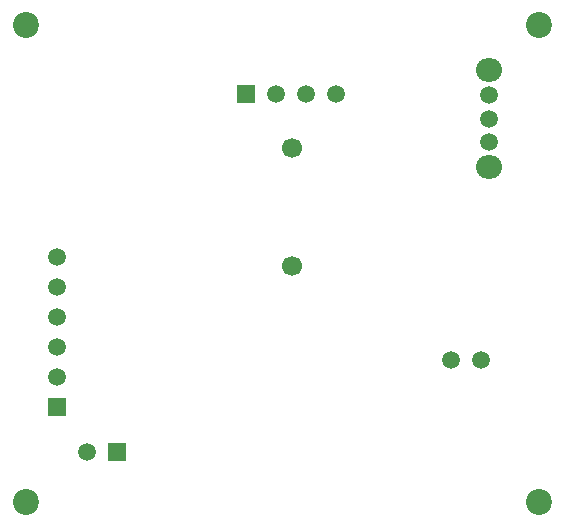
<source format=gbl>
G04 Layer_Physical_Order=2*
G04 Layer_Color=16711680*
%FSAX25Y25*%
%MOIN*%
G70*
G01*
G75*
%ADD17C,0.05906*%
%ADD36R,0.05906X0.05906*%
%ADD37O,0.08661X0.07874*%
%ADD38R,0.05906X0.05906*%
%ADD39C,0.08661*%
%ADD40C,0.06693*%
D17*
X0303543Y0330669D02*
D03*
Y0320669D02*
D03*
Y0310669D02*
D03*
Y0300669D02*
D03*
Y0290669D02*
D03*
X0447638Y0384842D02*
D03*
Y0376969D02*
D03*
Y0369094D02*
D03*
X0444764Y0296417D02*
D03*
X0434764D02*
D03*
X0313386Y0265945D02*
D03*
X0376614Y0385236D02*
D03*
X0386614D02*
D03*
X0396614D02*
D03*
D36*
X0303543Y0280669D02*
D03*
D37*
X0447638Y0393110D02*
D03*
Y0360827D02*
D03*
D38*
X0323386Y0265945D02*
D03*
X0366614Y0385236D02*
D03*
D39*
X0293307Y0249016D02*
D03*
X0464173D02*
D03*
Y0408071D02*
D03*
X0293307D02*
D03*
D40*
X0381890Y0367126D02*
D03*
Y0327756D02*
D03*
M02*

</source>
